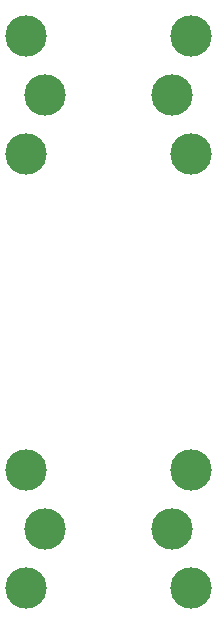
<source format=gts>
G04 #@! TF.FileFunction,Soldermask,Top*
%FSLAX46Y46*%
G04 Gerber Fmt 4.6, Leading zero omitted, Abs format (unit mm)*
G04 Created by KiCad (PCBNEW (2015-05-13 BZR 5653)-product) date Sunday, September 27, 2015 'PMt' 08:24:50 PM*
%MOMM*%
G01*
G04 APERTURE LIST*
%ADD10C,0.100000*%
%ADD11C,3.500000*%
G04 APERTURE END LIST*
D10*
D11*
X137400000Y-115000000D03*
X139000000Y-120000000D03*
X139000000Y-110000000D03*
X126600000Y-115000000D03*
X125000000Y-110000000D03*
X125000000Y-120000000D03*
X137400000Y-78200000D03*
X139000000Y-83200000D03*
X139000000Y-73200000D03*
X126600000Y-78200000D03*
X125000000Y-73200000D03*
X125000000Y-83200000D03*
M02*

</source>
